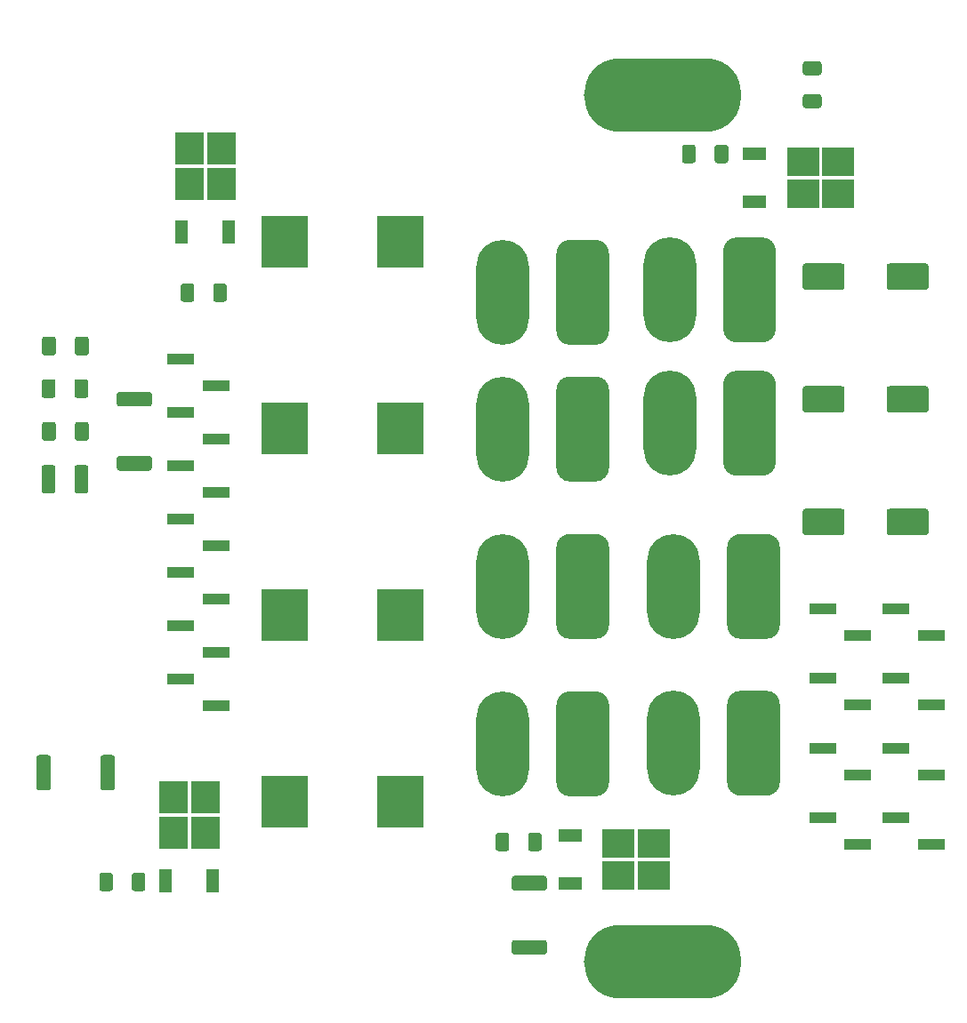
<source format=gbr>
%TF.GenerationSoftware,KiCad,Pcbnew,(5.1.10)-1*%
%TF.CreationDate,2021-09-14T14:35:24+02:00*%
%TF.ProjectId,BTS-MainBoard-Power,4254532d-4d61-4696-9e42-6f6172642d50,rev?*%
%TF.SameCoordinates,Original*%
%TF.FileFunction,Paste,Top*%
%TF.FilePolarity,Positive*%
%FSLAX46Y46*%
G04 Gerber Fmt 4.6, Leading zero omitted, Abs format (unit mm)*
G04 Created by KiCad (PCBNEW (5.1.10)-1) date 2021-09-14 14:35:24*
%MOMM*%
%LPD*%
G01*
G04 APERTURE LIST*
%ADD10R,3.050000X2.750000*%
%ADD11R,2.200000X1.200000*%
%ADD12R,2.750000X3.050000*%
%ADD13R,1.200000X2.200000*%
%ADD14R,2.510000X1.000000*%
%ADD15R,4.500000X5.000000*%
%ADD16O,5.000000X10.000000*%
%ADD17O,15.000000X7.000000*%
G04 APERTURE END LIST*
D10*
%TO.C,Q4*%
X224385000Y-120015000D03*
X227735000Y-116965000D03*
X224385000Y-116965000D03*
X227735000Y-120015000D03*
D11*
X219760000Y-120770000D03*
X219760000Y-116210000D03*
%TD*%
D10*
%TO.C,Q3*%
X241935000Y-55120000D03*
X245285000Y-52070000D03*
X241935000Y-52070000D03*
X245285000Y-55120000D03*
D11*
X237310000Y-55875000D03*
X237310000Y-51315000D03*
%TD*%
D12*
%TO.C,Q2*%
X185041000Y-115951000D03*
X181991000Y-112601000D03*
X181991000Y-115951000D03*
X185041000Y-112601000D03*
D13*
X185796000Y-120576000D03*
X181236000Y-120576000D03*
%TD*%
D12*
%TO.C,Q1*%
X186565000Y-54150000D03*
X183515000Y-50800000D03*
X183515000Y-54150000D03*
X186565000Y-50800000D03*
D13*
X187320000Y-58775000D03*
X182760000Y-58775000D03*
%TD*%
D14*
%TO.C,J19*%
X247146000Y-117094000D03*
X243836000Y-114554000D03*
%TD*%
%TO.C,J18*%
X254131000Y-117094000D03*
X250821000Y-114554000D03*
%TD*%
%TO.C,J17*%
X254131000Y-110447666D03*
X250821000Y-107907666D03*
%TD*%
%TO.C,J16*%
X254131000Y-103801333D03*
X250821000Y-101261333D03*
%TD*%
%TO.C,J15*%
X247146000Y-110447666D03*
X243836000Y-107907666D03*
%TD*%
%TO.C,J14*%
X247146000Y-103801333D03*
X243836000Y-101261333D03*
%TD*%
%TO.C,J13*%
X254131000Y-97155000D03*
X250821000Y-94615000D03*
%TD*%
%TO.C,J12*%
X247146000Y-97155000D03*
X243836000Y-94615000D03*
%TD*%
%TO.C,C4*%
G36*
G01*
X249904000Y-63992000D02*
X249904000Y-61992000D01*
G75*
G02*
X250154000Y-61742000I250000J0D01*
G01*
X253654000Y-61742000D01*
G75*
G02*
X253904000Y-61992000I0J-250000D01*
G01*
X253904000Y-63992000D01*
G75*
G02*
X253654000Y-64242000I-250000J0D01*
G01*
X250154000Y-64242000D01*
G75*
G02*
X249904000Y-63992000I0J250000D01*
G01*
G37*
G36*
G01*
X241904000Y-63992000D02*
X241904000Y-61992000D01*
G75*
G02*
X242154000Y-61742000I250000J0D01*
G01*
X245654000Y-61742000D01*
G75*
G02*
X245904000Y-61992000I0J-250000D01*
G01*
X245904000Y-63992000D01*
G75*
G02*
X245654000Y-64242000I-250000J0D01*
G01*
X242154000Y-64242000D01*
G75*
G02*
X241904000Y-63992000I0J250000D01*
G01*
G37*
%TD*%
%TO.C,C5*%
G36*
G01*
X249904000Y-75676000D02*
X249904000Y-73676000D01*
G75*
G02*
X250154000Y-73426000I250000J0D01*
G01*
X253654000Y-73426000D01*
G75*
G02*
X253904000Y-73676000I0J-250000D01*
G01*
X253904000Y-75676000D01*
G75*
G02*
X253654000Y-75926000I-250000J0D01*
G01*
X250154000Y-75926000D01*
G75*
G02*
X249904000Y-75676000I0J250000D01*
G01*
G37*
G36*
G01*
X241904000Y-75676000D02*
X241904000Y-73676000D01*
G75*
G02*
X242154000Y-73426000I250000J0D01*
G01*
X245654000Y-73426000D01*
G75*
G02*
X245904000Y-73676000I0J-250000D01*
G01*
X245904000Y-75676000D01*
G75*
G02*
X245654000Y-75926000I-250000J0D01*
G01*
X242154000Y-75926000D01*
G75*
G02*
X241904000Y-75676000I0J250000D01*
G01*
G37*
%TD*%
%TO.C,C3*%
G36*
G01*
X249904000Y-87360000D02*
X249904000Y-85360000D01*
G75*
G02*
X250154000Y-85110000I250000J0D01*
G01*
X253654000Y-85110000D01*
G75*
G02*
X253904000Y-85360000I0J-250000D01*
G01*
X253904000Y-87360000D01*
G75*
G02*
X253654000Y-87610000I-250000J0D01*
G01*
X250154000Y-87610000D01*
G75*
G02*
X249904000Y-87360000I0J250000D01*
G01*
G37*
G36*
G01*
X241904000Y-87360000D02*
X241904000Y-85360000D01*
G75*
G02*
X242154000Y-85110000I250000J0D01*
G01*
X245654000Y-85110000D01*
G75*
G02*
X245904000Y-85360000I0J-250000D01*
G01*
X245904000Y-87360000D01*
G75*
G02*
X245654000Y-87610000I-250000J0D01*
G01*
X242154000Y-87610000D01*
G75*
G02*
X241904000Y-87360000I0J250000D01*
G01*
G37*
%TD*%
%TO.C,R2*%
G36*
G01*
X175070000Y-111661001D02*
X175070000Y-108810999D01*
G75*
G02*
X175319999Y-108561000I249999J0D01*
G01*
X176220001Y-108561000D01*
G75*
G02*
X176470000Y-108810999I0J-249999D01*
G01*
X176470000Y-111661001D01*
G75*
G02*
X176220001Y-111911000I-249999J0D01*
G01*
X175319999Y-111911000D01*
G75*
G02*
X175070000Y-111661001I0J249999D01*
G01*
G37*
G36*
G01*
X168970000Y-111661001D02*
X168970000Y-108810999D01*
G75*
G02*
X169219999Y-108561000I249999J0D01*
G01*
X170120001Y-108561000D01*
G75*
G02*
X170370000Y-108810999I0J-249999D01*
G01*
X170370000Y-111661001D01*
G75*
G02*
X170120001Y-111911000I-249999J0D01*
G01*
X169219999Y-111911000D01*
G75*
G02*
X168970000Y-111661001I0J249999D01*
G01*
G37*
%TD*%
%TO.C,R1*%
G36*
G01*
X179733001Y-75374000D02*
X176882999Y-75374000D01*
G75*
G02*
X176633000Y-75124001I0J249999D01*
G01*
X176633000Y-74223999D01*
G75*
G02*
X176882999Y-73974000I249999J0D01*
G01*
X179733001Y-73974000D01*
G75*
G02*
X179983000Y-74223999I0J-249999D01*
G01*
X179983000Y-75124001D01*
G75*
G02*
X179733001Y-75374000I-249999J0D01*
G01*
G37*
G36*
G01*
X179733001Y-81474000D02*
X176882999Y-81474000D01*
G75*
G02*
X176633000Y-81224001I0J249999D01*
G01*
X176633000Y-80323999D01*
G75*
G02*
X176882999Y-80074000I249999J0D01*
G01*
X179733001Y-80074000D01*
G75*
G02*
X179983000Y-80323999I0J-249999D01*
G01*
X179983000Y-81224001D01*
G75*
G02*
X179733001Y-81474000I-249999J0D01*
G01*
G37*
%TD*%
%TO.C,C11*%
G36*
G01*
X170804000Y-73009997D02*
X170804000Y-74310003D01*
G75*
G02*
X170554003Y-74560000I-249997J0D01*
G01*
X169728997Y-74560000D01*
G75*
G02*
X169479000Y-74310003I0J249997D01*
G01*
X169479000Y-73009997D01*
G75*
G02*
X169728997Y-72760000I249997J0D01*
G01*
X170554003Y-72760000D01*
G75*
G02*
X170804000Y-73009997I0J-249997D01*
G01*
G37*
G36*
G01*
X173929000Y-73009997D02*
X173929000Y-74310003D01*
G75*
G02*
X173679003Y-74560000I-249997J0D01*
G01*
X172853997Y-74560000D01*
G75*
G02*
X172604000Y-74310003I0J249997D01*
G01*
X172604000Y-73009997D01*
G75*
G02*
X172853997Y-72760000I249997J0D01*
G01*
X173679003Y-72760000D01*
G75*
G02*
X173929000Y-73009997I0J-249997D01*
G01*
G37*
%TD*%
%TO.C,C10*%
G36*
G01*
X170804000Y-81195997D02*
X170804000Y-83396003D01*
G75*
G02*
X170554003Y-83646000I-249997J0D01*
G01*
X169728997Y-83646000D01*
G75*
G02*
X169479000Y-83396003I0J249997D01*
G01*
X169479000Y-81195997D01*
G75*
G02*
X169728997Y-80946000I249997J0D01*
G01*
X170554003Y-80946000D01*
G75*
G02*
X170804000Y-81195997I0J-249997D01*
G01*
G37*
G36*
G01*
X173929000Y-81195997D02*
X173929000Y-83396003D01*
G75*
G02*
X173679003Y-83646000I-249997J0D01*
G01*
X172853997Y-83646000D01*
G75*
G02*
X172604000Y-83396003I0J249997D01*
G01*
X172604000Y-81195997D01*
G75*
G02*
X172853997Y-80946000I249997J0D01*
G01*
X173679003Y-80946000D01*
G75*
G02*
X173929000Y-81195997I0J-249997D01*
G01*
G37*
%TD*%
%TO.C,C9*%
G36*
G01*
X170842500Y-77073997D02*
X170842500Y-78374003D01*
G75*
G02*
X170592503Y-78624000I-249997J0D01*
G01*
X169767497Y-78624000D01*
G75*
G02*
X169517500Y-78374003I0J249997D01*
G01*
X169517500Y-77073997D01*
G75*
G02*
X169767497Y-76824000I249997J0D01*
G01*
X170592503Y-76824000D01*
G75*
G02*
X170842500Y-77073997I0J-249997D01*
G01*
G37*
G36*
G01*
X173967500Y-77073997D02*
X173967500Y-78374003D01*
G75*
G02*
X173717503Y-78624000I-249997J0D01*
G01*
X172892497Y-78624000D01*
G75*
G02*
X172642500Y-78374003I0J249997D01*
G01*
X172642500Y-77073997D01*
G75*
G02*
X172892497Y-76824000I249997J0D01*
G01*
X173717503Y-76824000D01*
G75*
G02*
X173967500Y-77073997I0J-249997D01*
G01*
G37*
%TD*%
%TO.C,C1*%
G36*
G01*
X170842500Y-68945997D02*
X170842500Y-70246003D01*
G75*
G02*
X170592503Y-70496000I-249997J0D01*
G01*
X169767497Y-70496000D01*
G75*
G02*
X169517500Y-70246003I0J249997D01*
G01*
X169517500Y-68945997D01*
G75*
G02*
X169767497Y-68696000I249997J0D01*
G01*
X170592503Y-68696000D01*
G75*
G02*
X170842500Y-68945997I0J-249997D01*
G01*
G37*
G36*
G01*
X173967500Y-68945997D02*
X173967500Y-70246003D01*
G75*
G02*
X173717503Y-70496000I-249997J0D01*
G01*
X172892497Y-70496000D01*
G75*
G02*
X172642500Y-70246003I0J249997D01*
G01*
X172642500Y-68945997D01*
G75*
G02*
X172892497Y-68696000I249997J0D01*
G01*
X173717503Y-68696000D01*
G75*
G02*
X173967500Y-68945997I0J-249997D01*
G01*
G37*
%TD*%
%TO.C,J3*%
X186059000Y-103886000D03*
X186059000Y-98806000D03*
X186059000Y-93726000D03*
X186059000Y-88646000D03*
X186059000Y-83566000D03*
X186059000Y-78486000D03*
X186059000Y-73406000D03*
X182749000Y-101346000D03*
X182749000Y-96266000D03*
X182749000Y-91186000D03*
X182749000Y-86106000D03*
X182749000Y-81026000D03*
X182749000Y-75946000D03*
X182749000Y-70866000D03*
%TD*%
%TO.C,R11*%
G36*
G01*
X213984000Y-116214999D02*
X213984000Y-117465001D01*
G75*
G02*
X213734001Y-117715000I-249999J0D01*
G01*
X212933999Y-117715000D01*
G75*
G02*
X212684000Y-117465001I0J249999D01*
G01*
X212684000Y-116214999D01*
G75*
G02*
X212933999Y-115965000I249999J0D01*
G01*
X213734001Y-115965000D01*
G75*
G02*
X213984000Y-116214999I0J-249999D01*
G01*
G37*
G36*
G01*
X217084000Y-116214999D02*
X217084000Y-117465001D01*
G75*
G02*
X216834001Y-117715000I-249999J0D01*
G01*
X216033999Y-117715000D01*
G75*
G02*
X215784000Y-117465001I0J249999D01*
G01*
X215784000Y-116214999D01*
G75*
G02*
X216033999Y-115965000I249999J0D01*
G01*
X216834001Y-115965000D01*
G75*
G02*
X217084000Y-116214999I0J-249999D01*
G01*
G37*
%TD*%
%TO.C,R10*%
G36*
G01*
X231738000Y-50682999D02*
X231738000Y-51933001D01*
G75*
G02*
X231488001Y-52183000I-249999J0D01*
G01*
X230687999Y-52183000D01*
G75*
G02*
X230438000Y-51933001I0J249999D01*
G01*
X230438000Y-50682999D01*
G75*
G02*
X230687999Y-50433000I249999J0D01*
G01*
X231488001Y-50433000D01*
G75*
G02*
X231738000Y-50682999I0J-249999D01*
G01*
G37*
G36*
G01*
X234838000Y-50682999D02*
X234838000Y-51933001D01*
G75*
G02*
X234588001Y-52183000I-249999J0D01*
G01*
X233787999Y-52183000D01*
G75*
G02*
X233538000Y-51933001I0J249999D01*
G01*
X233538000Y-50682999D01*
G75*
G02*
X233787999Y-50433000I249999J0D01*
G01*
X234588001Y-50433000D01*
G75*
G02*
X234838000Y-50682999I0J-249999D01*
G01*
G37*
%TD*%
%TO.C,R9*%
G36*
G01*
X214475600Y-126175000D02*
X217324400Y-126175000D01*
G75*
G02*
X217575000Y-126425600I0J-250600D01*
G01*
X217575000Y-127324400D01*
G75*
G02*
X217324400Y-127575000I-250600J0D01*
G01*
X214475600Y-127575000D01*
G75*
G02*
X214225000Y-127324400I0J250600D01*
G01*
X214225000Y-126425600D01*
G75*
G02*
X214475600Y-126175000I250600J0D01*
G01*
G37*
G36*
G01*
X214474999Y-120075000D02*
X217325001Y-120075000D01*
G75*
G02*
X217575000Y-120324999I0J-249999D01*
G01*
X217575000Y-121225001D01*
G75*
G02*
X217325001Y-121475000I-249999J0D01*
G01*
X214474999Y-121475000D01*
G75*
G02*
X214225000Y-121225001I0J249999D01*
G01*
X214225000Y-120324999D01*
G75*
G02*
X214474999Y-120075000I249999J0D01*
G01*
G37*
%TD*%
%TO.C,R8*%
G36*
G01*
X176265000Y-120024999D02*
X176265000Y-121275001D01*
G75*
G02*
X176015001Y-121525000I-249999J0D01*
G01*
X175214999Y-121525000D01*
G75*
G02*
X174965000Y-121275001I0J249999D01*
G01*
X174965000Y-120024999D01*
G75*
G02*
X175214999Y-119775000I249999J0D01*
G01*
X176015001Y-119775000D01*
G75*
G02*
X176265000Y-120024999I0J-249999D01*
G01*
G37*
G36*
G01*
X179365000Y-120024999D02*
X179365000Y-121275001D01*
G75*
G02*
X179115001Y-121525000I-249999J0D01*
G01*
X178314999Y-121525000D01*
G75*
G02*
X178065000Y-121275001I0J249999D01*
G01*
X178065000Y-120024999D01*
G75*
G02*
X178314999Y-119775000I249999J0D01*
G01*
X179115001Y-119775000D01*
G75*
G02*
X179365000Y-120024999I0J-249999D01*
G01*
G37*
%TD*%
%TO.C,R7*%
G36*
G01*
X185812000Y-65141001D02*
X185812000Y-63890999D01*
G75*
G02*
X186061999Y-63641000I249999J0D01*
G01*
X186862001Y-63641000D01*
G75*
G02*
X187112000Y-63890999I0J-249999D01*
G01*
X187112000Y-65141001D01*
G75*
G02*
X186862001Y-65391000I-249999J0D01*
G01*
X186061999Y-65391000D01*
G75*
G02*
X185812000Y-65141001I0J249999D01*
G01*
G37*
G36*
G01*
X182712000Y-65141001D02*
X182712000Y-63890999D01*
G75*
G02*
X182961999Y-63641000I249999J0D01*
G01*
X183762001Y-63641000D01*
G75*
G02*
X184012000Y-63890999I0J-249999D01*
G01*
X184012000Y-65141001D01*
G75*
G02*
X183762001Y-65391000I-249999J0D01*
G01*
X182961999Y-65391000D01*
G75*
G02*
X182712000Y-65141001I0J249999D01*
G01*
G37*
%TD*%
D15*
%TO.C,L4*%
X203620000Y-77470000D03*
X192620000Y-77470000D03*
%TD*%
%TO.C,L3*%
X203620000Y-95250000D03*
X192620000Y-95250000D03*
%TD*%
%TO.C,L2*%
X203620000Y-113030000D03*
X192620000Y-113030000D03*
%TD*%
%TO.C,L1*%
X203620000Y-59690000D03*
X192620000Y-59690000D03*
%TD*%
%TO.C,J11*%
G36*
G01*
X234736000Y-96250000D02*
X234736000Y-88750000D01*
G75*
G02*
X235986000Y-87500000I1250000J0D01*
G01*
X238486000Y-87500000D01*
G75*
G02*
X239736000Y-88750000I0J-1250000D01*
G01*
X239736000Y-96250000D01*
G75*
G02*
X238486000Y-97500000I-1250000J0D01*
G01*
X235986000Y-97500000D01*
G75*
G02*
X234736000Y-96250000I0J1250000D01*
G01*
G37*
D16*
X229616000Y-92500000D03*
%TD*%
%TO.C,J10*%
G36*
G01*
X234355000Y-68012000D02*
X234355000Y-60512000D01*
G75*
G02*
X235605000Y-59262000I1250000J0D01*
G01*
X238105000Y-59262000D01*
G75*
G02*
X239355000Y-60512000I0J-1250000D01*
G01*
X239355000Y-68012000D01*
G75*
G02*
X238105000Y-69262000I-1250000J0D01*
G01*
X235605000Y-69262000D01*
G75*
G02*
X234355000Y-68012000I0J1250000D01*
G01*
G37*
X229235000Y-64262000D03*
%TD*%
%TO.C,J9*%
G36*
G01*
X218480000Y-68240000D02*
X218480000Y-60740000D01*
G75*
G02*
X219730000Y-59490000I1250000J0D01*
G01*
X222230000Y-59490000D01*
G75*
G02*
X223480000Y-60740000I0J-1250000D01*
G01*
X223480000Y-68240000D01*
G75*
G02*
X222230000Y-69490000I-1250000J0D01*
G01*
X219730000Y-69490000D01*
G75*
G02*
X218480000Y-68240000I0J1250000D01*
G01*
G37*
X213360000Y-64490000D03*
%TD*%
%TO.C,J8*%
G36*
G01*
X218480000Y-96250000D02*
X218480000Y-88750000D01*
G75*
G02*
X219730000Y-87500000I1250000J0D01*
G01*
X222230000Y-87500000D01*
G75*
G02*
X223480000Y-88750000I0J-1250000D01*
G01*
X223480000Y-96250000D01*
G75*
G02*
X222230000Y-97500000I-1250000J0D01*
G01*
X219730000Y-97500000D01*
G75*
G02*
X218480000Y-96250000I0J1250000D01*
G01*
G37*
X213360000Y-92500000D03*
%TD*%
%TO.C,J7*%
G36*
G01*
X234355000Y-80712000D02*
X234355000Y-73212000D01*
G75*
G02*
X235605000Y-71962000I1250000J0D01*
G01*
X238105000Y-71962000D01*
G75*
G02*
X239355000Y-73212000I0J-1250000D01*
G01*
X239355000Y-80712000D01*
G75*
G02*
X238105000Y-81962000I-1250000J0D01*
G01*
X235605000Y-81962000D01*
G75*
G02*
X234355000Y-80712000I0J1250000D01*
G01*
G37*
X229235000Y-76962000D03*
%TD*%
%TO.C,J6*%
G36*
G01*
X218480000Y-81250000D02*
X218480000Y-73750000D01*
G75*
G02*
X219730000Y-72500000I1250000J0D01*
G01*
X222230000Y-72500000D01*
G75*
G02*
X223480000Y-73750000I0J-1250000D01*
G01*
X223480000Y-81250000D01*
G75*
G02*
X222230000Y-82500000I-1250000J0D01*
G01*
X219730000Y-82500000D01*
G75*
G02*
X218480000Y-81250000I0J1250000D01*
G01*
G37*
X213360000Y-77500000D03*
%TD*%
%TO.C,J5*%
G36*
G01*
X234736000Y-111192000D02*
X234736000Y-103692000D01*
G75*
G02*
X235986000Y-102442000I1250000J0D01*
G01*
X238486000Y-102442000D01*
G75*
G02*
X239736000Y-103692000I0J-1250000D01*
G01*
X239736000Y-111192000D01*
G75*
G02*
X238486000Y-112442000I-1250000J0D01*
G01*
X235986000Y-112442000D01*
G75*
G02*
X234736000Y-111192000I0J1250000D01*
G01*
G37*
X229616000Y-107442000D03*
%TD*%
%TO.C,J4*%
G36*
G01*
X218480000Y-111250000D02*
X218480000Y-103750000D01*
G75*
G02*
X219730000Y-102500000I1250000J0D01*
G01*
X222230000Y-102500000D01*
G75*
G02*
X223480000Y-103750000I0J-1250000D01*
G01*
X223480000Y-111250000D01*
G75*
G02*
X222230000Y-112500000I-1250000J0D01*
G01*
X219730000Y-112500000D01*
G75*
G02*
X218480000Y-111250000I0J1250000D01*
G01*
G37*
X213360000Y-107500000D03*
%TD*%
D17*
%TO.C,J2*%
X228600000Y-128270000D03*
%TD*%
%TO.C,J1*%
X228600000Y-45720000D03*
%TD*%
%TO.C,C2*%
G36*
G01*
X243474003Y-43804000D02*
X242173997Y-43804000D01*
G75*
G02*
X241924000Y-43554003I0J249997D01*
G01*
X241924000Y-42728997D01*
G75*
G02*
X242173997Y-42479000I249997J0D01*
G01*
X243474003Y-42479000D01*
G75*
G02*
X243724000Y-42728997I0J-249997D01*
G01*
X243724000Y-43554003D01*
G75*
G02*
X243474003Y-43804000I-249997J0D01*
G01*
G37*
G36*
G01*
X243474003Y-46929000D02*
X242173997Y-46929000D01*
G75*
G02*
X241924000Y-46679003I0J249997D01*
G01*
X241924000Y-45853997D01*
G75*
G02*
X242173997Y-45604000I249997J0D01*
G01*
X243474003Y-45604000D01*
G75*
G02*
X243724000Y-45853997I0J-249997D01*
G01*
X243724000Y-46679003D01*
G75*
G02*
X243474003Y-46929000I-249997J0D01*
G01*
G37*
%TD*%
M02*

</source>
